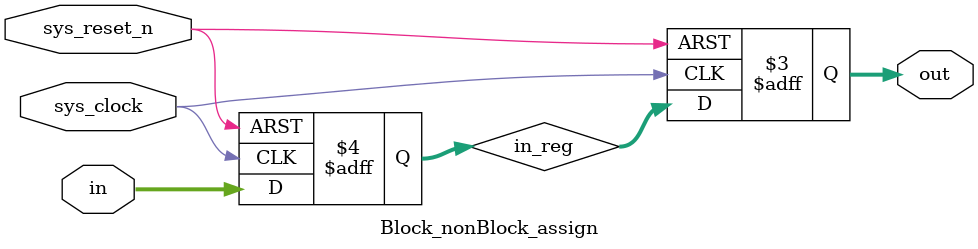
<source format=v>
module Block_nonBlock_assign(
    input wire sys_clock,
    input wire sys_reset_n,
    input wire [1:0] in,

    output reg [1:0] out
);

reg [1:0] in_reg;

always @(posedge sys_clock or negedge sys_reset_n)
    if (sys_reset_n == 1'b0)begin
            in_reg <= 2'b0;
            out <= 2'b0;
    end
    else begin
        in_reg <= in;
        out <= in_reg;
    end


endmodule

</source>
